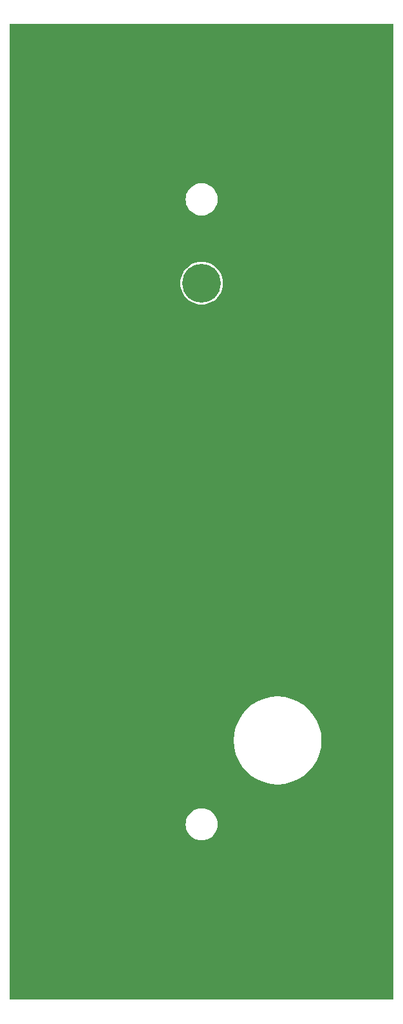
<source format=gbl>
G04 start of page 3 for group 1 idx 1 *
G04 Title: 26.001.00.01.01.pcb, bottom *
G04 Creator: pcb 4.2.2 *
G04 CreationDate: Sat Feb 13 13:51:23 2021 UTC *
G04 For: bert *
G04 Format: Gerber/RS-274X *
G04 PCB-Dimensions (mil): 3937.01 5905.51 *
G04 PCB-Coordinate-Origin: lower left *
%MOIN*%
%FSLAX25Y25*%
%LNGBL*%
%ADD29C,0.4134*%
%ADD28C,0.4331*%
%ADD27C,0.1457*%
%ADD26C,0.1102*%
%ADD25C,0.4921*%
%ADD24C,0.4331*%
%ADD23C,0.2000*%
%ADD22C,0.2559*%
%ADD21C,0.1968*%
%ADD20C,0.0400*%
%ADD19C,0.0001*%
G54D19*G36*
X178115Y551181D02*X238189D01*
Y47244D01*
X178115D01*
Y158382D01*
X178150Y158379D01*
X181704Y158659D01*
X185172Y159491D01*
X188466Y160856D01*
X191506Y162719D01*
X194217Y165034D01*
X196533Y167746D01*
X198396Y170786D01*
X199761Y174080D01*
X200593Y177548D01*
X200803Y181102D01*
X200593Y184657D01*
X199761Y188124D01*
X198396Y191419D01*
X196533Y194459D01*
X194217Y197170D01*
X191506Y199486D01*
X188466Y201349D01*
X185172Y202714D01*
X181704Y203546D01*
X178150Y203826D01*
X178115Y203823D01*
Y273608D01*
X178149Y273606D01*
X178151D01*
X182169Y273843D01*
X186088Y274784D01*
X189812Y276327D01*
X193248Y278433D01*
X196313Y281050D01*
X198931Y284115D01*
X201037Y287552D01*
X202579Y291275D01*
X203520Y295195D01*
X203836Y299213D01*
X203520Y303231D01*
X202579Y307150D01*
X201037Y310874D01*
X198931Y314310D01*
X196313Y317375D01*
X193248Y319993D01*
X189812Y322099D01*
X186088Y323641D01*
X182169Y324582D01*
X178151Y324819D01*
X178149D01*
X178115Y324817D01*
Y394602D01*
X178150Y394599D01*
X181704Y394879D01*
X185172Y395711D01*
X188466Y397076D01*
X191506Y398939D01*
X194218Y401255D01*
X196534Y403966D01*
X198397Y407006D01*
X199761Y410301D01*
X200594Y413768D01*
X200804Y417323D01*
X200594Y420878D01*
X199761Y424345D01*
X198397Y427639D01*
X196534Y430680D01*
X194218Y433391D01*
X191506Y435707D01*
X188466Y437570D01*
X185172Y438935D01*
X181704Y439767D01*
X178150Y440047D01*
X178115Y440044D01*
Y551181D01*
G37*
G36*
X138767D02*X178115D01*
Y440044D01*
X174595Y439767D01*
X171128Y438935D01*
X167833Y437570D01*
X164793Y435707D01*
X162081Y433391D01*
X159766Y430680D01*
X157902Y427639D01*
X156538Y424345D01*
X155706Y420878D01*
X155426Y417323D01*
X155706Y413768D01*
X156538Y410301D01*
X157902Y407006D01*
X159766Y403966D01*
X162081Y401255D01*
X164793Y398939D01*
X167833Y397076D01*
X171128Y395711D01*
X174595Y394879D01*
X178115Y394602D01*
Y324817D01*
X174131Y324582D01*
X170211Y323641D01*
X166488Y322099D01*
X163051Y319993D01*
X159986Y317375D01*
X157369Y314310D01*
X155263Y310874D01*
X153720Y307150D01*
X152779Y303231D01*
X152463Y299213D01*
X152779Y295195D01*
X153720Y291275D01*
X155263Y287552D01*
X157369Y284115D01*
X159986Y281050D01*
X163051Y278433D01*
X166488Y276327D01*
X170211Y274784D01*
X174131Y273843D01*
X178115Y273608D01*
Y203823D01*
X174595Y203546D01*
X171128Y202714D01*
X167833Y201349D01*
X164793Y199486D01*
X162082Y197170D01*
X159766Y194459D01*
X157903Y191419D01*
X156538Y188124D01*
X155706Y184657D01*
X155426Y181102D01*
X155706Y177548D01*
X156538Y174080D01*
X157903Y170786D01*
X159766Y167746D01*
X162082Y165034D01*
X164793Y162719D01*
X167833Y160856D01*
X171128Y159491D01*
X174595Y158659D01*
X178115Y158382D01*
Y47244D01*
X138767D01*
Y129487D01*
X138780Y129486D01*
X140079Y129589D01*
X141347Y129893D01*
X142552Y130392D01*
X143663Y131073D01*
X144655Y131920D01*
X145502Y132911D01*
X146183Y134023D01*
X146682Y135228D01*
X146986Y136495D01*
X147063Y137795D01*
X146986Y139095D01*
X146682Y140363D01*
X146183Y141568D01*
X145502Y142679D01*
X144655Y143671D01*
X143663Y144517D01*
X142552Y145199D01*
X141347Y145698D01*
X140079Y146002D01*
X138780Y146104D01*
X138767Y146103D01*
Y406290D01*
X138780Y406289D01*
X140506Y406425D01*
X142189Y406829D01*
X143789Y407492D01*
X145265Y408396D01*
X146582Y409521D01*
X147706Y410837D01*
X148611Y412314D01*
X149273Y413913D01*
X149678Y415597D01*
X149780Y417323D01*
X149678Y419049D01*
X149273Y420733D01*
X148611Y422332D01*
X147706Y423808D01*
X146582Y425125D01*
X145265Y426249D01*
X143789Y427154D01*
X142189Y427817D01*
X140506Y428221D01*
X138780Y428357D01*
X138767Y428356D01*
Y452322D01*
X138780Y452321D01*
X140079Y452423D01*
X141347Y452728D01*
X142552Y453227D01*
X143663Y453908D01*
X144655Y454755D01*
X145502Y455746D01*
X146183Y456858D01*
X146682Y458062D01*
X146986Y459330D01*
X147063Y460630D01*
X146986Y461930D01*
X146682Y463198D01*
X146183Y464402D01*
X145502Y465514D01*
X144655Y466505D01*
X143663Y467352D01*
X142552Y468033D01*
X141347Y468532D01*
X140079Y468837D01*
X138780Y468939D01*
X138767Y468938D01*
Y551181D01*
G37*
G36*
X99375D02*X138767D01*
Y468938D01*
X137480Y468837D01*
X136212Y468532D01*
X135007Y468033D01*
X133896Y467352D01*
X132904Y466505D01*
X132057Y465514D01*
X131376Y464402D01*
X130877Y463198D01*
X130573Y461930D01*
X130470Y460630D01*
X130573Y459330D01*
X130877Y458062D01*
X131376Y456858D01*
X132057Y455746D01*
X132904Y454755D01*
X133896Y453908D01*
X135007Y453227D01*
X136212Y452728D01*
X137480Y452423D01*
X138767Y452322D01*
Y428356D01*
X137053Y428221D01*
X135370Y427817D01*
X133770Y427154D01*
X132294Y426249D01*
X130977Y425125D01*
X129853Y423808D01*
X128948Y422332D01*
X128286Y420733D01*
X127881Y419049D01*
X127746Y417323D01*
X127881Y415597D01*
X128286Y413913D01*
X128948Y412314D01*
X129853Y410837D01*
X130977Y409521D01*
X132294Y408396D01*
X133770Y407492D01*
X135370Y406829D01*
X137053Y406425D01*
X138767Y406290D01*
Y146103D01*
X137480Y146002D01*
X136212Y145698D01*
X135007Y145199D01*
X133896Y144517D01*
X132904Y143671D01*
X132057Y142679D01*
X131376Y141568D01*
X130877Y140363D01*
X130573Y139095D01*
X130470Y137795D01*
X130573Y136495D01*
X130877Y135228D01*
X131376Y134023D01*
X132057Y132911D01*
X132904Y131920D01*
X133896Y131073D01*
X135007Y130392D01*
X136212Y129893D01*
X137480Y129589D01*
X138767Y129487D01*
Y47244D01*
X99375D01*
Y394602D01*
X99409Y394599D01*
X102964Y394879D01*
X106432Y395711D01*
X109726Y397076D01*
X112766Y398939D01*
X115478Y401255D01*
X117793Y403966D01*
X119657Y407006D01*
X121021Y410301D01*
X121854Y413768D01*
X122063Y417323D01*
X121854Y420878D01*
X121021Y424345D01*
X119657Y427639D01*
X117793Y430680D01*
X115478Y433391D01*
X112766Y435707D01*
X109726Y437570D01*
X106432Y438935D01*
X102964Y439767D01*
X99409Y440047D01*
X99375Y440044D01*
Y551181D01*
G37*
G36*
X39370D02*X99375D01*
Y440044D01*
X95855Y439767D01*
X92387Y438935D01*
X89093Y437570D01*
X86053Y435707D01*
X83341Y433391D01*
X81025Y430680D01*
X79162Y427639D01*
X77798Y424345D01*
X76965Y420878D01*
X76686Y417323D01*
X76965Y413768D01*
X77798Y410301D01*
X79162Y407006D01*
X81025Y403966D01*
X83341Y401255D01*
X86053Y398939D01*
X89093Y397076D01*
X92387Y395711D01*
X95855Y394879D01*
X99375Y394602D01*
Y47244D01*
X39370D01*
Y551181D01*
G37*
G54D20*X152559Y299213D02*G75*G03X152559Y299213I25591J0D01*G01*
X156496Y417323D02*G75*G03X156496Y417323I21654J0D01*G01*
X77756D02*G75*G03X77756Y417323I21654J0D01*G01*
G54D21*X218504Y539370D03*
X59055D03*
X218504Y59055D03*
X59055D03*
G54D22*X99409Y417323D03*
X178150D03*
G54D23*X138780D03*
G54D24*X99409D03*
X178150D03*
G54D25*X178149Y299213D02*X178151D01*
G54D26*G54D27*G54D26*G54D28*G54D27*G54D22*G54D29*G54D23*M02*

</source>
